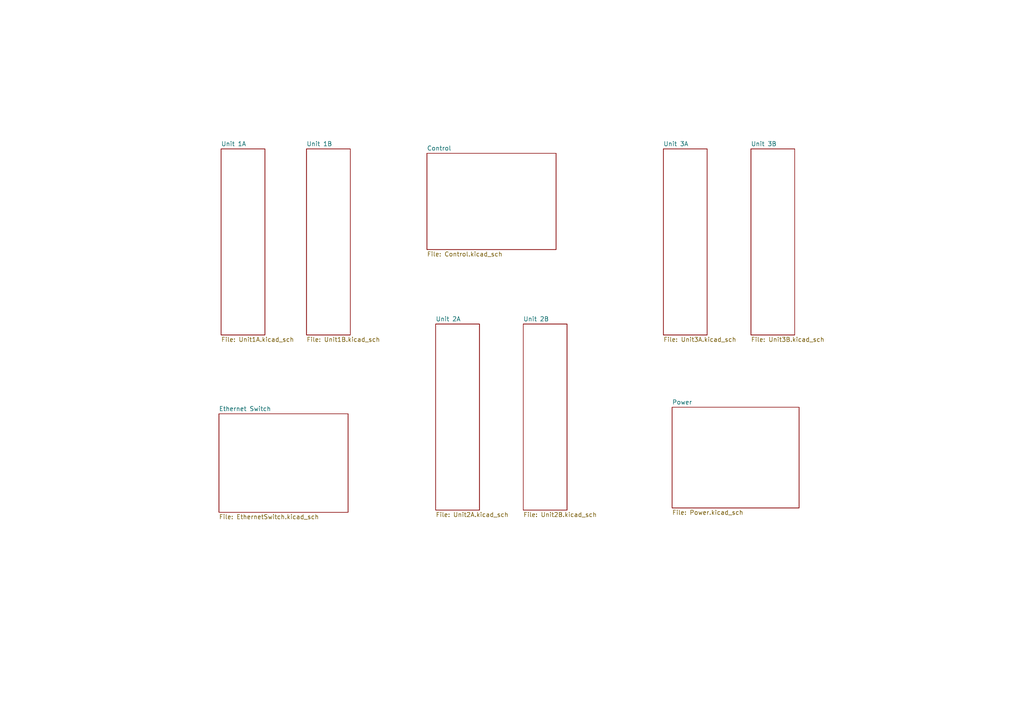
<source format=kicad_sch>
(kicad_sch
	(version 20231120)
	(generator "eeschema")
	(generator_version "8.0")
	(uuid "603bad6a-1396-43ea-b48b-ecb87b0d1b8a")
	(paper "A4")
	(lib_symbols)
	(text "Ethernet Switch"
		(exclude_from_sim no)
		(at 365.125 90.805 0)
		(effects
			(font
				(size 1.27 1.27)
			)
			(justify left bottom)
		)
		(uuid "0af00e18-1e41-46a5-95f8-a6fc91363a0f")
	)
	(sheet
		(at 64.135 43.18)
		(size 12.7 53.975)
		(fields_autoplaced yes)
		(stroke
			(width 0.1524)
			(type solid)
		)
		(fill
			(color 0 0 0 0.0000)
		)
		(uuid "2860e5df-e451-43f4-a7e8-0b36615d93c3")
		(property "Sheetname" "Unit 1A"
			(at 64.135 42.4684 0)
			(effects
				(font
					(size 1.27 1.27)
				)
				(justify left bottom)
			)
		)
		(property "Sheetfile" "Unit1A.kicad_sch"
			(at 64.135 97.7396 0)
			(effects
				(font
					(size 1.27 1.27)
				)
				(justify left top)
			)
		)
		(instances
			(project "Magi"
				(path "/603bad6a-1396-43ea-b48b-ecb87b0d1b8a"
					(page "2")
				)
			)
		)
	)
	(sheet
		(at 151.765 93.98)
		(size 12.7 53.975)
		(fields_autoplaced yes)
		(stroke
			(width 0.1524)
			(type solid)
		)
		(fill
			(color 0 0 0 0.0000)
		)
		(uuid "2d159031-f68b-43b5-a721-8e5485d62d9b")
		(property "Sheetname" "Unit 2B"
			(at 151.765 93.2684 0)
			(effects
				(font
					(size 1.27 1.27)
				)
				(justify left bottom)
			)
		)
		(property "Sheetfile" "Unit2B.kicad_sch"
			(at 151.765 148.5396 0)
			(effects
				(font
					(size 1.27 1.27)
				)
				(justify left top)
			)
		)
		(instances
			(project "Magi"
				(path "/603bad6a-1396-43ea-b48b-ecb87b0d1b8a"
					(page "5")
				)
			)
		)
	)
	(sheet
		(at 88.9 43.18)
		(size 12.7 53.975)
		(fields_autoplaced yes)
		(stroke
			(width 0.1524)
			(type solid)
		)
		(fill
			(color 0 0 0 0.0000)
		)
		(uuid "3b967bcd-9ffe-4037-a92a-2215fe3b5544")
		(property "Sheetname" "Unit 1B"
			(at 88.9 42.4684 0)
			(effects
				(font
					(size 1.27 1.27)
				)
				(justify left bottom)
			)
		)
		(property "Sheetfile" "Unit1B.kicad_sch"
			(at 88.9 97.7396 0)
			(effects
				(font
					(size 1.27 1.27)
				)
				(justify left top)
			)
		)
		(instances
			(project "Magi"
				(path "/603bad6a-1396-43ea-b48b-ecb87b0d1b8a"
					(page "3")
				)
			)
		)
	)
	(sheet
		(at 194.945 118.11)
		(size 36.83 29.21)
		(fields_autoplaced yes)
		(stroke
			(width 0.1524)
			(type solid)
		)
		(fill
			(color 0 0 0 0.0000)
		)
		(uuid "6da32745-3455-4721-bf5c-fc5d9de9e2ea")
		(property "Sheetname" "Power"
			(at 194.945 117.3984 0)
			(effects
				(font
					(size 1.27 1.27)
				)
				(justify left bottom)
			)
		)
		(property "Sheetfile" "Power.kicad_sch"
			(at 194.945 147.9046 0)
			(effects
				(font
					(size 1.27 1.27)
				)
				(justify left top)
			)
		)
		(instances
			(project "Magi"
				(path "/603bad6a-1396-43ea-b48b-ecb87b0d1b8a"
					(page "10")
				)
			)
		)
	)
	(sheet
		(at 126.365 93.98)
		(size 12.7 53.975)
		(fields_autoplaced yes)
		(stroke
			(width 0.1524)
			(type solid)
		)
		(fill
			(color 0 0 0 0.0000)
		)
		(uuid "6df4d1df-dbed-41ed-975f-2e2d6e7075d1")
		(property "Sheetname" "Unit 2A"
			(at 126.365 93.2684 0)
			(effects
				(font
					(size 1.27 1.27)
				)
				(justify left bottom)
			)
		)
		(property "Sheetfile" "Unit2A.kicad_sch"
			(at 126.365 148.5396 0)
			(effects
				(font
					(size 1.27 1.27)
				)
				(justify left top)
			)
		)
		(instances
			(project "Magi"
				(path "/603bad6a-1396-43ea-b48b-ecb87b0d1b8a"
					(page "4")
				)
			)
		)
	)
	(sheet
		(at 192.405 43.18)
		(size 12.7 53.975)
		(fields_autoplaced yes)
		(stroke
			(width 0.1524)
			(type solid)
		)
		(fill
			(color 0 0 0 0.0000)
		)
		(uuid "7a0a5b71-0177-4e22-a21f-a281ba93075b")
		(property "Sheetname" "Unit 3A"
			(at 192.405 42.4684 0)
			(effects
				(font
					(size 1.27 1.27)
				)
				(justify left bottom)
			)
		)
		(property "Sheetfile" "Unit3A.kicad_sch"
			(at 192.405 97.7396 0)
			(effects
				(font
					(size 1.27 1.27)
				)
				(justify left top)
			)
		)
		(instances
			(project "Magi"
				(path "/603bad6a-1396-43ea-b48b-ecb87b0d1b8a"
					(page "6")
				)
			)
		)
	)
	(sheet
		(at 217.805 43.18)
		(size 12.7 53.975)
		(fields_autoplaced yes)
		(stroke
			(width 0.1524)
			(type solid)
		)
		(fill
			(color 0 0 0 0.0000)
		)
		(uuid "ab90b902-2cb9-4d69-8234-a40350a2afc3")
		(property "Sheetname" "Unit 3B"
			(at 217.805 42.4684 0)
			(effects
				(font
					(size 1.27 1.27)
				)
				(justify left bottom)
			)
		)
		(property "Sheetfile" "Unit3B.kicad_sch"
			(at 217.805 97.7396 0)
			(effects
				(font
					(size 1.27 1.27)
				)
				(justify left top)
			)
		)
		(instances
			(project "Magi"
				(path "/603bad6a-1396-43ea-b48b-ecb87b0d1b8a"
					(page "7")
				)
			)
		)
	)
	(sheet
		(at 63.5 120.015)
		(size 37.465 28.575)
		(fields_autoplaced yes)
		(stroke
			(width 0.1524)
			(type solid)
		)
		(fill
			(color 0 0 0 0.0000)
		)
		(uuid "cfbdeb49-e250-4720-afa3-fc8a465c8772")
		(property "Sheetname" "Ethernet Switch"
			(at 63.5 119.3034 0)
			(effects
				(font
					(size 1.27 1.27)
				)
				(justify left bottom)
			)
		)
		(property "Sheetfile" "EthernetSwitch.kicad_sch"
			(at 63.5 149.1746 0)
			(effects
				(font
					(size 1.27 1.27)
				)
				(justify left top)
			)
		)
		(instances
			(project "Magi"
				(path "/603bad6a-1396-43ea-b48b-ecb87b0d1b8a"
					(page "8")
				)
			)
		)
	)
	(sheet
		(at 123.825 44.45)
		(size 37.465 27.94)
		(fields_autoplaced yes)
		(stroke
			(width 0.1524)
			(type solid)
		)
		(fill
			(color 0 0 0 0.0000)
		)
		(uuid "f34978e4-4de5-4afb-8503-644c3592cecc")
		(property "Sheetname" "Control"
			(at 123.825 43.7384 0)
			(effects
				(font
					(size 1.27 1.27)
				)
				(justify left bottom)
			)
		)
		(property "Sheetfile" "Control.kicad_sch"
			(at 123.825 72.9746 0)
			(effects
				(font
					(size 1.27 1.27)
				)
				(justify left top)
			)
		)
		(instances
			(project "Magi"
				(path "/603bad6a-1396-43ea-b48b-ecb87b0d1b8a"
					(page "9")
				)
			)
		)
	)
	(sheet_instances
		(path "/"
			(page "1")
		)
	)
)

</source>
